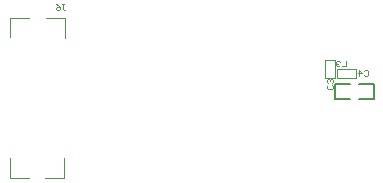
<source format=gbo>
%FSLAX25Y25*%
%MOIN*%
G70*
G01*
G75*
G04 Layer_Color=32896*
%ADD10C,0.01713*%
%ADD11R,0.01969X0.01969*%
%ADD12R,0.01969X0.01969*%
%ADD13O,0.02756X0.01181*%
%ADD14O,0.01181X0.02756*%
%ADD15R,0.04724X0.06693*%
%ADD16R,0.03543X0.03150*%
%ADD17R,0.03150X0.03543*%
%ADD18R,0.03937X0.07874*%
%ADD19R,0.02362X0.01969*%
%ADD20R,0.06693X0.03150*%
%ADD21C,0.00787*%
%ADD22R,0.18504X0.18504*%
%ADD23R,0.04134X0.04134*%
%ADD24R,0.08858X0.04134*%
%ADD25O,0.06693X0.02165*%
%ADD26R,0.06693X0.05906*%
%ADD27O,0.00787X0.01969*%
%ADD28O,0.01969X0.00787*%
%ADD29R,0.01969X0.01378*%
%ADD30C,0.01969*%
%ADD31C,0.01000*%
%ADD32C,0.00787*%
%ADD33C,0.02362*%
%ADD34C,0.01575*%
%ADD35C,0.05906*%
%ADD36C,0.06693*%
%ADD37C,0.01772*%
%ADD38C,0.02598*%
%ADD39C,0.02362*%
%ADD40C,0.11811*%
%ADD41R,0.04724X0.05315*%
%ADD42R,0.03937X0.01378*%
%ADD43C,0.02756*%
%ADD44R,0.04000X0.09500*%
%ADD45C,0.00394*%
%ADD46C,0.01181*%
%ADD47C,0.00984*%
%ADD48C,0.00472*%
%ADD49C,0.00591*%
%ADD50C,0.00709*%
%ADD51C,0.00276*%
%ADD52R,0.02769X0.02769*%
%ADD53R,0.02769X0.02769*%
%ADD54O,0.03150X0.01575*%
%ADD55O,0.01575X0.03150*%
%ADD56R,0.05118X0.07087*%
%ADD57R,0.04343X0.03950*%
%ADD58R,0.03950X0.04343*%
%ADD59R,0.04737X0.08674*%
%ADD60R,0.03162X0.02769*%
%ADD61R,0.07493X0.03950*%
%ADD62C,0.01339*%
%ADD63R,0.19304X0.19304*%
%ADD64R,0.04934X0.04934*%
%ADD65R,0.09658X0.04934*%
%ADD66O,0.07493X0.02965*%
%ADD67R,0.07087X0.06299*%
%ADD68O,0.01181X0.02362*%
%ADD69O,0.02362X0.01181*%
%ADD70R,0.02598X0.02008*%
%ADD71C,0.00800*%
%ADD72C,0.06706*%
%ADD73C,0.07493*%
%ADD74C,0.12611*%
%ADD75R,0.05039X0.05630*%
%ADD76R,0.04252X0.01693*%
%ADD77C,0.03398*%
D45*
X21950Y24708D02*
Y31302D01*
X15651Y24708D02*
X21950D01*
X3742Y24609D02*
X10041D01*
X3742D02*
Y31204D01*
Y78054D02*
X10041D01*
X3742Y71460D02*
Y78054D01*
X15750Y77956D02*
X22049D01*
Y71361D02*
Y77956D01*
X119100Y57900D02*
Y61100D01*
X112900Y57900D02*
X119100D01*
X112900D02*
Y61100D01*
X119100D01*
X108900Y57900D02*
X112100D01*
X108900D02*
Y64100D01*
X112100D01*
Y57900D02*
Y64100D01*
D49*
X112000Y51000D02*
X117000D01*
X112000D02*
Y56000D01*
X117000D01*
X120000Y51000D02*
X125000D01*
Y56000D01*
X120000D02*
X125000D01*
D51*
X111140Y55548D02*
X111468Y55220D01*
Y54564D01*
X111140Y54236D01*
X109828D01*
X109500Y54564D01*
Y55220D01*
X109828Y55548D01*
X111140Y56204D02*
X111468Y56532D01*
Y57188D01*
X111140Y57516D01*
X110812D01*
X110484Y57188D01*
Y56860D01*
Y57188D01*
X110156Y57516D01*
X109828D01*
X109500Y57188D01*
Y56532D01*
X109828Y56204D01*
X121688Y60140D02*
X122016Y60468D01*
X122672D01*
X123000Y60140D01*
Y58828D01*
X122672Y58500D01*
X122016D01*
X121688Y58828D01*
X120048Y58500D02*
Y60468D01*
X121032Y59484D01*
X119720D01*
X21188Y82468D02*
X21844D01*
X21516D01*
Y80828D01*
X21844Y80500D01*
X22172D01*
X22500Y80828D01*
X19220Y82468D02*
X19876Y82140D01*
X20532Y81484D01*
Y80828D01*
X20204Y80500D01*
X19548D01*
X19220Y80828D01*
Y81156D01*
X19548Y81484D01*
X20532D01*
X115900Y63768D02*
Y61800D01*
X114588D01*
X113932Y63440D02*
X113604Y63768D01*
X112948D01*
X112620Y63440D01*
Y63112D01*
X112948Y62784D01*
X113276D01*
X112948D01*
X112620Y62456D01*
Y62128D01*
X112948Y61800D01*
X113604D01*
X113932Y62128D01*
M02*

</source>
